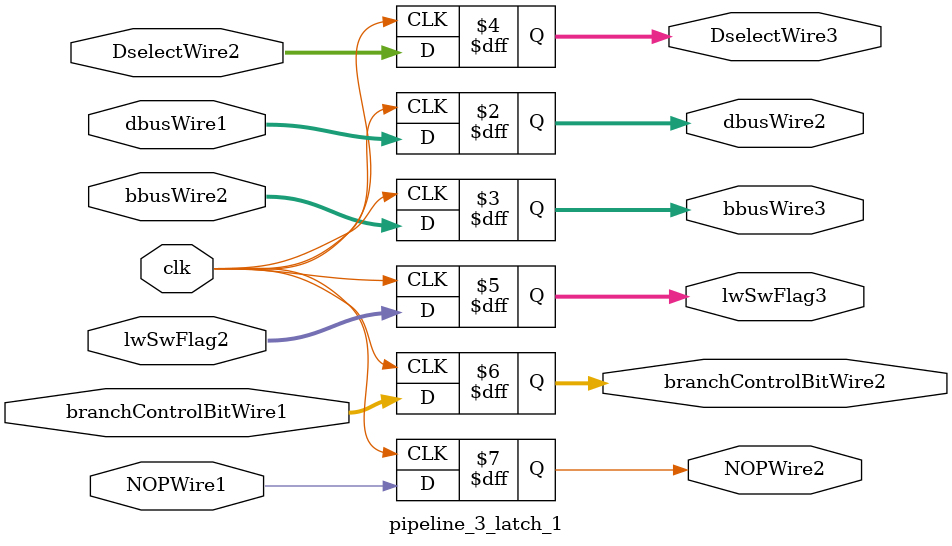
<source format=v>
module pipeline_3_latch_1(clk, dbusWire1, DselectWire2, bbusWire2, lwSwFlag2, dbusWire2, DselectWire3,bbusWire3,lwSwFlag3,branchControlBitWire1,
branchControlBitWire2,NOPWire1,NOPWire2);
  input clk;
  input [63:0] dbusWire1, bbusWire2;
  input [31:0] DselectWire2;
  input [1:0] lwSwFlag2;
  input [2:0] branchControlBitWire1;
  input NOPWire1;
  output [63:0] dbusWire2, bbusWire3;
  output [31:0] DselectWire3;
  output [1:0] lwSwFlag3;
  output [2:0] branchControlBitWire2;
  output NOPWire2;
  reg [63:0] dbusWire2, bbusWire3;
  reg [31:0] DselectWire3;
  reg [1:0] lwSwFlag3;
  reg [2:0] branchControlBitWire2;
  reg NOPWire2;
  always @(posedge clk) begin
    dbusWire2 = dbusWire1;
    DselectWire3 = DselectWire2;
    bbusWire3 = bbusWire2;
    lwSwFlag3 = lwSwFlag2;
    branchControlBitWire2 = branchControlBitWire1;
    NOPWire2 = NOPWire1;
  end
endmodule
</source>
